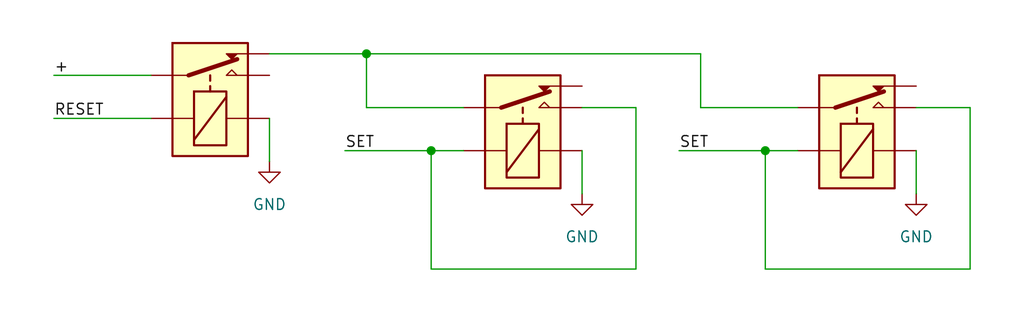
<source format=kicad_sch>
(kicad_sch (version 20250114) (generator "eeschema") (generator_version "9.0")
  (paper "User" 120.65 38.1)
  (lib_symbols
    (symbol "4PDT_1" (pin_numbers (hide yes))
      (symbol "4PDT_1_0_1"
        (rectangle (start 5.08 -10.16) (end 13.97 -23.495) (stroke (width 0.254)) (fill (type background)))
        (polyline (pts (xy 5.08 -13.97) (xy 6.985 -13.97)))
        (polyline (pts (xy 5.08 -19.05) (xy 7.62 -19.05)))
        (polyline (pts (xy 6.985 -13.97) (xy 12.7 -12.065)) (stroke (width 0.508)))
        (polyline (pts (xy 7.62 -21.59) (xy 11.43 -16.51)) (stroke (width 0.254)))
        (polyline (pts (xy 9.525 -14.605) (xy 9.525 -13.97)) (stroke (width 0.254)))
        (polyline (pts (xy 9.525 -15.875) (xy 9.525 -15.24)) (stroke (width 0.254)))
        (polyline (pts (xy 11.43 -19.05) (xy 13.97 -19.05)))
        (polyline (pts (xy 13.97 -11.43) (xy 11.43 -11.43) (xy 12.065 -12.065) (xy 12.7 -11.43)) (fill (type outline)))
        (polyline (pts (xy 13.97 -13.97) (xy 11.43 -13.97) (xy 12.065 -13.335) (xy 12.7 -13.97)))
      )
      (symbol "4PDT_1_1_1"
        (rectangle (start 11.43 -15.875) (end 7.62 -22.225) (stroke (width 0.254)))
        (pin passive line (at 2.54 -13.97 0) (length 2.54) (name "") (number "12"))
        (pin passive line (at 2.54 -19.05 0) (length 2.54) (name "") (number "14"))
        (pin passive line (at 16.51 -11.43 180) (length 2.54) (name "") (number "4"))
        (pin passive line (at 16.51 -13.97 180) (length 2.54) (name "") (number "8"))
        (pin passive line (at 16.51 -19.05 180) (length 2.54) (name "") (number "13"))
      )
    )
    (symbol "power:GND" (power) (pin_numbers (hide yes)) (pin_names (offset 0) (hide yes))
      (property "Value" "GND" (at 0 -3.81 0))
      (symbol "GND_0_1"
        (polyline (pts (xy 0 0) (xy 0 -1.27) (xy 1.27 -1.27) (xy 0 -2.54) (xy -1.27 -1.27) (xy 0 -1.27)))
      )
      (symbol "GND_1_1"
        (pin power_in line (at 0 0 270) (length 0) (name "~") (number "1"))
      )
    )
  )
  (junction (at 90.17 17.78))
  (junction (at 50.8 17.78))
  (junction (at 43.18 6.35))
  (wire (pts (xy 6.35 8.89) (xy 17.78 8.89)))
  (wire (pts (xy 54.61 12.7) (xy 43.18 12.7)))
  (wire (pts (xy 31.75 13.97) (xy 31.75 19.05)))
  (wire (pts (xy 80.01 17.78) (xy 90.17 17.78)))
  (wire (pts (xy 50.8 17.78) (xy 50.8 31.75)))
  (wire (pts (xy 90.17 17.78) (xy 93.98 17.78)))
  (wire (pts (xy 107.95 12.7) (xy 114.3 12.7)))
  (wire (pts (xy 68.58 17.78) (xy 68.58 22.86)))
  (wire (pts (xy 114.3 31.75) (xy 90.17 31.75)))
  (wire (pts (xy 6.35 13.97) (xy 17.78 13.97)))
  (wire (pts (xy 82.55 6.35) (xy 82.55 12.7)))
  (wire (pts (xy 74.93 12.7) (xy 74.93 31.75)))
  (wire (pts (xy 74.93 31.75) (xy 50.8 31.75)))
  (wire (pts (xy 43.18 6.35) (xy 82.55 6.35)))
  (wire (pts (xy 43.18 6.35) (xy 31.75 6.35)))
  (wire (pts (xy 40.64 17.78) (xy 50.8 17.78)))
  (wire (pts (xy 68.58 12.7) (xy 74.93 12.7)))
  (wire (pts (xy 107.95 17.78) (xy 107.95 22.86)))
  (wire (pts (xy 90.17 17.78) (xy 90.17 31.75)))
  (wire (pts (xy 43.18 6.35) (xy 43.18 12.7)))
  (wire (pts (xy 114.3 12.7) (xy 114.3 31.75)))
  (wire (pts (xy 93.98 12.7) (xy 82.55 12.7)))
  (wire (pts (xy 50.8 17.78) (xy 54.61 17.78)))
  (label "RESET" (at 6.35 13.97 0))
  (label "SET" (at 80.01 17.78 0))
  (label "SET" (at 40.64 17.78 0))
  (label "+" (at 6.35 8.89 0))
  (symbol (lib_id "power:GND") (at 68.58 22.86 0) (unit 1)
    (property "Reference" "#PWR08" (effects (hide yes)))
    (property "Value" "GND" (at 68.58 27.94 0))
    (property "Description" "Power symbol creates a global label with name \"GND\" , ground" (effects (hide yes)))
  )
  (symbol (lib_name "4PDT_1") (lib_id "relay:4PDT") (at 15.24 -5.08 0) (unit 1)
    (property "Reference" "K7" (effects (hide yes)))
    (property "Value" "4PDT" (effects (hide yes)))
    (property "Footprint" "relay:MY4N socket" (effects (hide yes)))
    (property "Datasheet" "https://edata.omron.com.au/eData/Relays/J111-E1-03.pdf" (effects (hide yes)))
  )
  (symbol (lib_name "4PDT_1") (lib_id "relay:4PDT") (at 52.07 -1.27 0) (unit 1)
    (property "Reference" "K8" (effects (hide yes)))
    (property "Value" "4PDT" (effects (hide yes)))
    (property "Footprint" "relay:MY4N socket" (effects (hide yes)))
    (property "Datasheet" "https://edata.omron.com.au/eData/Relays/J111-E1-03.pdf" (effects (hide yes)))
  )
  (symbol (lib_name "4PDT_1") (lib_id "relay:4PDT") (at 91.44 -1.27 0) (unit 1)
    (property "Reference" "K9" (effects (hide yes)))
    (property "Value" "4PDT" (effects (hide yes)))
    (property "Footprint" "relay:MY4N socket" (effects (hide yes)))
    (property "Datasheet" "https://edata.omron.com.au/eData/Relays/J111-E1-03.pdf" (effects (hide yes)))
  )
  (symbol (lib_id "power:GND") (at 107.95 22.86 0) (unit 1)
    (property "Reference" "#PWR09" (effects (hide yes)))
    (property "Value" "GND" (at 107.95 27.94 0))
    (property "Description" "Power symbol creates a global label with name \"GND\" , ground" (effects (hide yes)))
  )
  (symbol (lib_id "power:GND") (at 31.75 19.05 0) (unit 1)
    (property "Reference" "#PWR07" (effects (hide yes)))
    (property "Value" "GND" (at 31.75 24.13 0))
    (property "Description" "Power symbol creates a global label with name \"GND\" , ground" (effects (hide yes)))
  )
)
</source>
